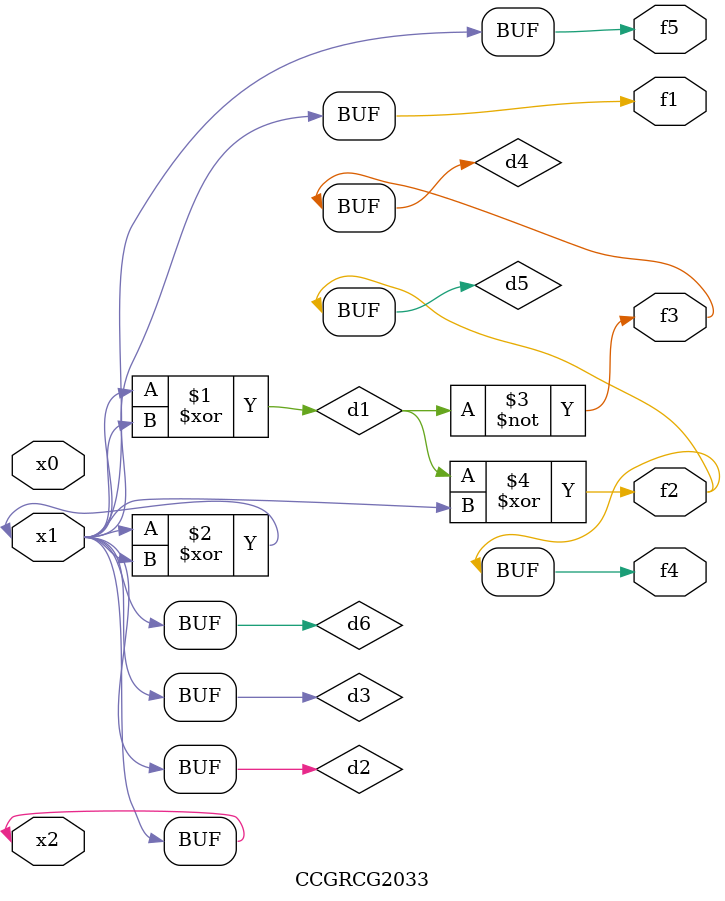
<source format=v>
module CCGRCG2033(
	input x0, x1, x2,
	output f1, f2, f3, f4, f5
);

	wire d1, d2, d3, d4, d5, d6;

	xor (d1, x1, x2);
	buf (d2, x1, x2);
	xor (d3, x1, x2);
	nor (d4, d1);
	xor (d5, d1, d2);
	buf (d6, d2, d3);
	assign f1 = d6;
	assign f2 = d5;
	assign f3 = d4;
	assign f4 = d5;
	assign f5 = d6;
endmodule

</source>
